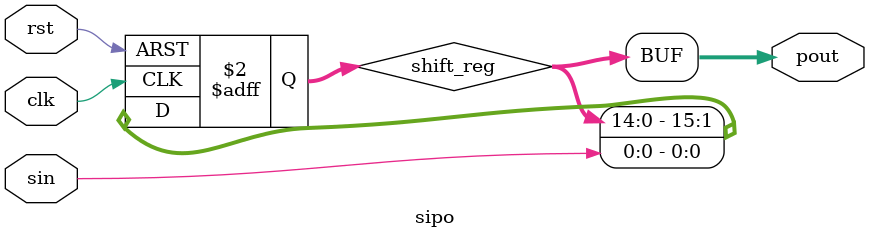
<source format=sv>

module sipo(
  input logic clk, rst,
  input logic sin,
  output logic [15:0] pout
);

  logic [15:0] shift_reg;

  always_ff @(posedge clk or posedge rst) begin
    if(rst)
      shift_reg <= 0;

    else
      shift_reg <= {shift_reg[14:0], sin};
  end

  assign pout = shift_reg;

endmodule

</source>
